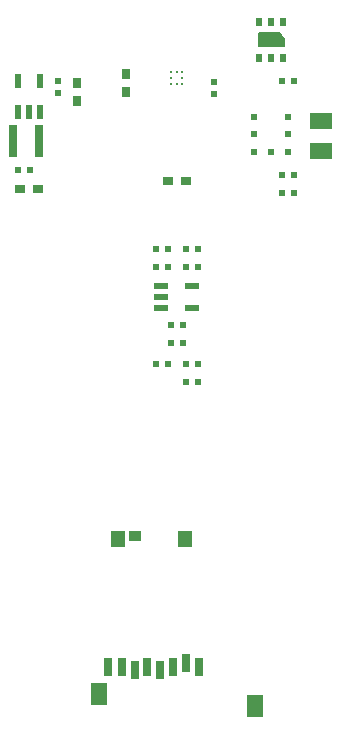
<source format=gbp>
G75*
G70*
%OFA0B0*%
%FSLAX24Y24*%
%IPPOS*%
%LPD*%
%AMOC8*
5,1,8,0,0,1.08239X$1,22.5*
%
%ADD10R,0.0315X0.0591*%
%ADD11R,0.0512X0.0551*%
%ADD12R,0.0551X0.0748*%
%ADD13R,0.0394X0.0374*%
%ADD14R,0.0472X0.0217*%
%ADD15R,0.0236X0.0236*%
%ADD16R,0.0197X0.0236*%
%ADD17R,0.0236X0.0197*%
%ADD18R,0.0079X0.0079*%
%ADD19R,0.0197X0.0315*%
%ADD20C,0.0050*%
%ADD21C,0.0120*%
%ADD22R,0.0748X0.0551*%
%ADD23R,0.0315X0.0354*%
%ADD24R,0.0354X0.0315*%
%ADD25R,0.0217X0.0472*%
%ADD26R,0.0315X0.1063*%
D10*
X015196Y003857D03*
X015630Y003857D03*
X016063Y003778D03*
X016496Y003857D03*
X016929Y003778D03*
X017362Y003857D03*
X017795Y004014D03*
X018228Y003857D03*
D11*
X017759Y008132D03*
X015515Y008132D03*
D12*
X014885Y002955D03*
X020063Y002561D03*
D13*
X016063Y008221D03*
D14*
X016952Y015834D03*
X016952Y016209D03*
X016952Y016583D03*
X017976Y016583D03*
X017976Y015834D03*
D15*
X017664Y015259D03*
X017264Y015259D03*
X017264Y014659D03*
X017664Y014659D03*
X017764Y013959D03*
X018164Y013959D03*
X018164Y013359D03*
X017764Y013359D03*
X017164Y013959D03*
X016764Y013959D03*
X016764Y017209D03*
X017164Y017209D03*
X017164Y017809D03*
X016764Y017809D03*
X017764Y017809D03*
X018164Y017809D03*
X018164Y017209D03*
X017764Y017209D03*
X020970Y019659D03*
X021370Y019659D03*
X021370Y020259D03*
X020970Y020259D03*
X018720Y022977D03*
X018720Y023377D03*
X020970Y023409D03*
X021370Y023409D03*
X013500Y023399D03*
X013500Y022999D03*
X012570Y020449D03*
X012170Y020449D03*
D16*
X020043Y021034D03*
X020043Y021625D03*
X020043Y022215D03*
X021185Y022215D03*
X021185Y021625D03*
X021185Y021034D03*
D17*
X020614Y021034D03*
D18*
X020614Y024774D03*
D19*
X020614Y024184D03*
X020220Y024184D03*
X021008Y024184D03*
X021008Y025365D03*
X020614Y025365D03*
X020220Y025365D03*
D20*
X020200Y024991D02*
X020870Y024991D01*
X021047Y024814D01*
X021047Y024558D01*
X020200Y024558D01*
X020200Y024991D01*
X020200Y024960D02*
X020900Y024960D01*
X020949Y024912D02*
X020200Y024912D01*
X020200Y024863D02*
X020997Y024863D01*
X021046Y024815D02*
X020200Y024815D01*
X020200Y024766D02*
X021047Y024766D01*
X021047Y024718D02*
X020200Y024718D01*
X020200Y024669D02*
X021047Y024669D01*
X021047Y024621D02*
X020200Y024621D01*
X020200Y024572D02*
X021047Y024572D01*
D21*
X017661Y023687D03*
X017464Y023687D03*
X017267Y023687D03*
X017267Y023490D03*
X017267Y023293D03*
X017464Y023293D03*
X017661Y023293D03*
X017661Y023490D03*
D22*
X022270Y022059D03*
X022270Y021059D03*
D23*
X015770Y023027D03*
X015770Y023627D03*
X014130Y023339D03*
X014130Y022739D03*
D24*
X012830Y019809D03*
X012230Y019809D03*
X017164Y020059D03*
X017764Y020059D03*
D25*
X012914Y022377D03*
X012540Y022377D03*
X012166Y022377D03*
X012166Y023400D03*
X012914Y023400D03*
D26*
X012873Y021419D03*
X012007Y021419D03*
M02*

</source>
